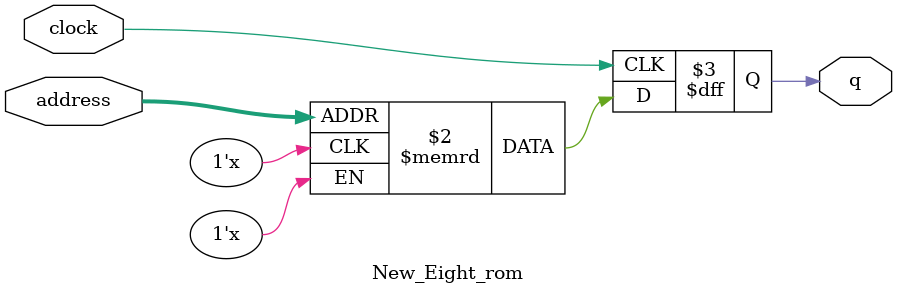
<source format=sv>
module New_Eight_rom (
	input logic clock,
	input logic [7:0] address,
	output logic [0:0] q
);

logic [0:0] memory [0:195] /* synthesis ram_init_file = "./New_Eight/New_Eight.mif" */;

always_ff @ (posedge clock) begin
	q <= memory[address];
end

endmodule

</source>
